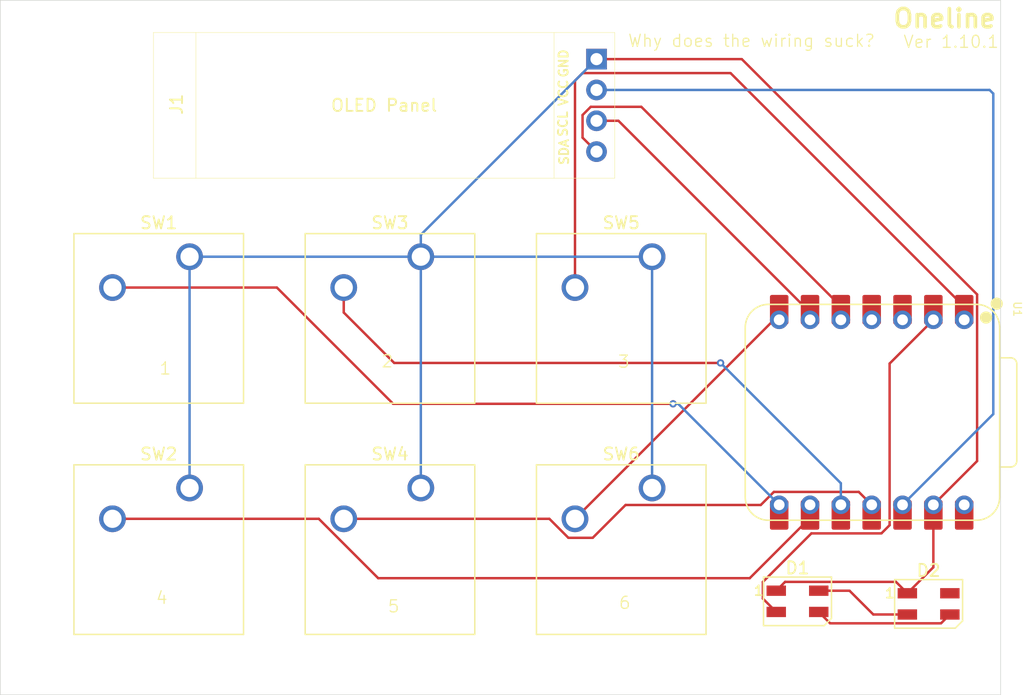
<source format=kicad_pcb>
(kicad_pcb (version 20241229) (generator "pcbnew") (generator_version "9.0")
  (layers (0 "F.Cu" signal) (2 "B.Cu" signal) (13 "F.Paste" user) (15 "B.Paste" user) (5 "F.SilkS" user "F.Silkscreen") (7 "B.SilkS" user "B.Silkscreen") (1 "F.Mask" user) (3 "B.Mask" user) (25 "Edge.Cuts" user))
  (net 0 "")
  (net 1 "Net-(D1-DOUT)")
  (net 2 "GND")
  (net 3 "Net-(D1-DIN)")
  (net 4 "+5V")
  (net 5 "Net-(U1-GPIO1{slash}RX)")
  (net 6 "Net-(U1-GPIO2{slash}SCK)")
  (net 7 "Net-(U1-GPIO4{slash}MISO)")
  (net 8 "Net-(U1-GPIO3{slash}MOSI)")
  (net 10 "SDA")
  (net 12 "SCL")
  (net 13 "Net-(U1-GPIO26{slash}ADC0{slash}A0)")
  (net 14 "Net-(U1-GPIO0{slash}TX)")
  (net 18 "+3.3V")
  (footprint "LED_SMD:LED_SK6812MINI_PLCC4_3.5x3.5mm_P1.75mm" (layer "F.Cu") (at 121.83 85.78)
    (property "Reference" "D1" (at 0 -2.75 0) (layer "F.SilkS"))
    (property "Value" "SK6812")
    (fp_line (start -2.8 -2) (end -2.8 2) (stroke (width 0.12)) (layer "F.SilkS"))
    (fp_line (start -2.8 -2) (end 2.8 -2) (stroke (width 0.12)) (layer "F.SilkS"))
    (fp_line (start -2.8 2) (end 2.2 2) (stroke (width 0.12)) (layer "F.SilkS"))
    (fp_line (start 2.8 1.4) (end 2.2 2) (stroke (width 0.12)) (layer "F.SilkS"))
    (fp_line (start 2.8 1.4) (end 2.8 -2) (stroke (width 0.12)) (layer "F.SilkS"))
    (fp_text user "1" (at -3.2 -0.875 0) (layer "F.SilkS") (effects (font (size 0.8 0.8))))
    (pad "1" smd rect (at -1.75 -0.875) (size 1.6 0.85) (layers "F.Cu" "F.Mask" "F.Paste") (net 2 "GND"))
    (pad "2" smd rect (at -1.75 0.875) (size 1.6 0.85) (layers "F.Cu" "F.Mask" "F.Paste") (net 3 "Net-(D1-DIN)"))
    (pad "3" smd rect (at 1.75 0.875) (size 1.6 0.85) (layers "F.Cu" "F.Mask" "F.Paste") (net 4 "+5V"))
    (pad "4" smd rect (at 1.75 -0.875) (size 1.6 0.85) (layers "F.Cu" "F.Mask" "F.Paste") (net 1 "Net-(D1-DOUT)"))
  )
  (footprint "Button_Switch_Keyboard:SW_Cherry_MX_1.00u_PCB" (layer "F.Cu") (at 109.85125 57.3925)
    (property "Reference" "SW5" (at -2.54 -2.794 0) (layer "F.SilkS"))
    (property "Value" "SW_Push")
    (fp_line (start -9.525 -1.905) (end 4.445 -1.905) (stroke (width 0.12)) (layer "F.SilkS"))
    (fp_line (start -9.525 12.065) (end -9.525 -1.905) (stroke (width 0.12)) (layer "F.SilkS"))
    (fp_line (start 4.445 -1.905) (end 4.445 12.065) (stroke (width 0.12)) (layer "F.SilkS"))
    (fp_line (start 4.445 12.065) (end -9.525 12.065) (stroke (width 0.12)) (layer "F.SilkS"))
    (pad "" np_thru_hole circle (at -7.62 5.08) (size 1.7 1.7) (drill 1.7) (layers "*.Cu" "*.Mask"))
    (pad "" np_thru_hole circle (at -2.54 5.08) (size 4 4) (drill 4) (layers "*.Cu" "*.Mask"))
    (pad "" np_thru_hole circle (at 2.54 5.08) (size 1.7 1.7) (drill 1.7) (layers "*.Cu" "*.Mask"))
    (pad "1" thru_hole circle (at 0 0) (size 2.2 2.2) (drill 1.5) (layers "*.Cu" "*.Mask") (net 2 "GND"))
    (pad "2" thru_hole circle (at -6.35 2.54) (size 2.2 2.2) (drill 1.5) (layers "*.Cu" "*.Mask") (net 13 "Net-(U1-GPIO26{slash}ADC0{slash}A0)"))
  )
  (footprint "OPL Lib:XIAO-RP2040-DIP" (layer "F.Cu") (at 127.9415 70.21 -90)
    (property "Reference" "U1" (at -8.5 -12 270) (layer "F.SilkS") (effects (font (size 0.635 0.635) (thickness 0.1016))))
    (property "Value" "XIAO-RP2040-DIP")
    (fp_line (start -6.985 10.414) (end 6.985 10.414) (stroke (width 0.127)) (layer "F.SilkS"))
    (fp_line (start -8.89 8.509) (end -8.89 -8.636) (stroke (width 0.127)) (layer "F.SilkS"))
    (fp_line (start 8.89 8.509) (end 8.89 -8.636) (stroke (width 0.127)) (layer "F.SilkS"))
    (fp_line (start -4.495 -10.541) (end -4.491272 -11.451272) (stroke (width 0.127)) (layer "F.SilkS"))
    (fp_line (start 6.985 -10.541) (end -6.985 -10.541) (stroke (width 0.1)) (layer "F.SilkS"))
    (fp_line (start 6.985 -10.541) (end -6.985 -10.541) (stroke (width 0.127)) (layer "F.SilkS"))
    (fp_line (start 4.504 -11.451) (end 4.504 -10.541) (stroke (width 0.127)) (layer "F.SilkS"))
    (fp_line (start -3.991272 -11.951) (end 4.004 -11.951) (stroke (width 0.127)) (layer "F.SilkS"))
    (fp_arc (start -6.985 10.414) (mid -8.332038 9.856038) (end -8.89 8.509) (stroke (width 0.127)) (layer "F.SilkS"))
    (fp_arc (start 8.89 8.509) (mid 8.332038 9.856038) (end 6.985 10.414) (stroke (width 0.127)) (layer "F.SilkS"))
    (fp_arc (start -8.89 -8.636) (mid -8.332038 -9.983038) (end -6.985 -10.541) (stroke (width 0.127)) (layer "F.SilkS"))
    (fp_arc (start 6.985 -10.541) (mid 8.332038 -9.983038) (end 8.89 -8.636) (stroke (width 0.127)) (layer "F.SilkS"))
    (fp_arc (start -4.491272 -11.451272) (mid -4.344728 -11.80464) (end -3.991272 -11.951) (stroke (width 0.127)) (layer "F.SilkS"))
    (fp_arc (start 4.004 -11.951) (mid 4.357553 -11.804553) (end 4.504 -11.451) (stroke (width 0.127)) (layer "F.SilkS"))
    (fp_circle (center -7.807 -9.42) (end -7.807 -9.674) (stroke (width 0.5)) (fill yes) (layer "F.SilkS"))
    (fp_circle (center -8.95 -10.3) (end -8.95 -10.554) (stroke (width 0.5)) (fill yes) (layer "F.SilkS"))
    (pad "1" smd roundrect (at -8.455 -7.62 90) (size 2.432 1.524) (layers "F.Cu" "F.Mask") (roundrect_rratio 0.1) (net 13 "Net-(U1-GPIO26{slash}ADC0{slash}A0)"))
    (pad "1" thru_hole circle (at -7.62 -7.62 90) (size 1.524 1.524) (drill 0.889) (layers "*.Cu" "*.Mask") (net 13 "Net-(U1-GPIO26{slash}ADC0{slash}A0)"))
    (pad "2" smd roundrect (at -8.455 -5.08 90) (size 2.432 1.524) (layers "F.Cu" "F.Mask") (roundrect_rratio 0.1) (net 3 "Net-(D1-DIN)"))
    (pad "2" thru_hole circle (at -7.62 -5.08 90) (size 1.524 1.524) (drill 0.889) (layers "*.Cu" "*.Mask") (net 3 "Net-(D1-DIN)"))
    (pad "3" smd roundrect (at -8.455 -2.54 90) (size 2.432 1.524) (layers "F.Cu" "F.Mask") (roundrect_rratio 0.1))
    (pad "3" thru_hole circle (at -7.62 -2.54 90) (size 1.524 1.524) (drill 0.889) (layers "*.Cu" "*.Mask"))
    (pad "4" smd roundrect (at -8.455 0 90) (size 2.432 1.524) (layers "F.Cu" "F.Mask") (roundrect_rratio 0.1))
    (pad "4" thru_hole circle (at -7.62 0 90) (size 1.524 1.524) (drill 0.889) (layers "*.Cu" "*.Mask"))
    (pad "5" smd roundrect (at -8.455 2.54 90) (size 2.432 1.524) (layers "F.Cu" "F.Mask") (roundrect_rratio 0.1) (net 10 "SDA"))
    (pad "5" thru_hole circle (at -7.62 2.54 90) (size 1.524 1.524) (drill 0.889) (layers "*.Cu" "*.Mask") (net 10 "SDA"))
    (pad "6" smd roundrect (at -8.455 5.08 90) (size 2.432 1.524) (layers "F.Cu" "F.Mask") (roundrect_rratio 0.1) (net 12 "SCL"))
    (pad "6" thru_hole circle (at -7.62 5.08 90) (size 1.524 1.524) (drill 0.889) (layers "*.Cu" "*.Mask") (net 12 "SCL"))
    (pad "7" smd roundrect (at -8.455 7.62 90) (size 2.432 1.524) (layers "F.Cu" "F.Mask") (roundrect_rratio 0.1) (net 14 "Net-(U1-GPIO0{slash}TX)"))
    (pad "7" thru_hole circle (at -7.62 7.62 90) (size 1.524 1.524) (drill 0.889) (layers "*.Cu" "*.Mask") (net 14 "Net-(U1-GPIO0{slash}TX)"))
    (pad "8" thru_hole circle (at 7.62 7.62 270) (size 1.524 1.524) (drill 0.889) (layers "*.Cu" "*.Mask") (net 5 "Net-(U1-GPIO1{slash}RX)"))
    (pad "8" smd roundrect (at 8.455 7.62 270) (size 2.432 1.524) (layers "F.Cu" "F.Mask") (roundrect_rratio 0.1) (net 5 "Net-(U1-GPIO1{slash}RX)"))
    (pad "9" thru_hole circle (at 7.62 5.08 270) (size 1.524 1.524) (drill 0.889) (layers "*.Cu" "*.Mask") (net 6 "Net-(U1-GPIO2{slash}SCK)"))
    (pad "9" smd roundrect (at 8.455 5.08 270) (size 2.432 1.524) (layers "F.Cu" "F.Mask") (roundrect_rratio 0.1) (net 6 "Net-(U1-GPIO2{slash}SCK)"))
    (pad "10" thru_hole circle (at 7.62 2.54 270) (size 1.524 1.524) (drill 0.889) (layers "*.Cu" "*.Mask") (net 7 "Net-(U1-GPIO4{slash}MISO)"))
    (pad "10" smd roundrect (at 8.455 2.54 270) (size 2.432 1.524) (layers "F.Cu" "F.Mask") (roundrect_rratio 0.1) (net 7 "Net-(U1-GPIO4{slash}MISO)"))
    (pad "11" thru_hole circle (at 7.62 0 270) (size 1.524 1.524) (drill 0.889) (layers "*.Cu" "*.Mask") (net 8 "Net-(U1-GPIO3{slash}MOSI)"))
    (pad "11" smd roundrect (at 8.455 0 270) (size 2.432 1.524) (layers "F.Cu" "F.Mask") (roundrect_rratio 0.1) (net 8 "Net-(U1-GPIO3{slash}MOSI)"))
    (pad "12" thru_hole circle (at 7.62 -2.54 270) (size 1.524 1.524) (drill 0.889) (layers "*.Cu" "*.Mask") (net 18 "+3.3V"))
    (pad "12" smd roundrect (at 8.455 -2.54 270) (size 2.432 1.524) (layers "F.Cu" "F.Mask") (roundrect_rratio 0.1) (net 18 "+3.3V"))
    (pad "13" thru_hole circle (at 7.62 -5.08 270) (size 1.524 1.524) (drill 0.889) (layers "*.Cu" "*.Mask") (net 2 "GND"))
    (pad "13" smd roundrect (at 8.455 -5.08 270) (size 2.432 1.524) (layers "F.Cu" "F.Mask") (roundrect_rratio 0.1) (net 2 "GND"))
    (pad "14" thru_hole circle (at 7.62 -7.62 270) (size 1.524 1.524) (drill 0.889) (layers "*.Cu" "*.Mask"))
    (pad "14" smd roundrect (at 8.455 -7.62 270) (size 2.432 1.524) (layers "F.Cu" "F.Mask") (roundrect_rratio 0.1))
  )
  (footprint "Button_Switch_Keyboard:SW_Cherry_MX_1.00u_PCB" (layer "F.Cu") (at 90.80125 57.3925)
    (property "Reference" "SW3" (at -2.54 -2.794 0) (layer "F.SilkS"))
    (property "Value" "SW_Push")
    (fp_line (start -9.525 -1.905) (end 4.445 -1.905) (stroke (width 0.12)) (layer "F.SilkS"))
    (fp_line (start -9.525 12.065) (end -9.525 -1.905) (stroke (width 0.12)) (layer "F.SilkS"))
    (fp_line (start 4.445 -1.905) (end 4.445 12.065) (stroke (width 0.12)) (layer "F.SilkS"))
    (fp_line (start 4.445 12.065) (end -9.525 12.065) (stroke (width 0.12)) (layer "F.SilkS"))
    (pad "" np_thru_hole circle (at -7.62 5.08) (size 1.7 1.7) (drill 1.7) (layers "*.Cu" "*.Mask"))
    (pad "" np_thru_hole circle (at -2.54 5.08) (size 4 4) (drill 4) (layers "*.Cu" "*.Mask"))
    (pad "" np_thru_hole circle (at 2.54 5.08) (size 1.7 1.7) (drill 1.7) (layers "*.Cu" "*.Mask"))
    (pad "1" thru_hole circle (at 0 0) (size 2.2 2.2) (drill 1.5) (layers "*.Cu" "*.Mask") (net 2 "GND"))
    (pad "2" thru_hole circle (at -6.35 2.54) (size 2.2 2.2) (drill 1.5) (layers "*.Cu" "*.Mask") (net 7 "Net-(U1-GPIO4{slash}MISO)"))
  )
  (footprint "LED_SMD:LED_SK6812MINI_PLCC4_3.5x3.5mm_P1.75mm" (layer "F.Cu") (at 132.63 85.99)
    (property "Reference" "D2" (at 0 -2.75 0) (layer "F.SilkS"))
    (property "Value" "SK6812")
    (fp_line (start -2.8 -2) (end -2.8 2) (stroke (width 0.12)) (layer "F.SilkS"))
    (fp_line (start -2.8 -2) (end 2.8 -2) (stroke (width 0.12)) (layer "F.SilkS"))
    (fp_line (start -2.8 2) (end 2.2 2) (stroke (width 0.12)) (layer "F.SilkS"))
    (fp_line (start 2.8 1.4) (end 2.2 2) (stroke (width 0.12)) (layer "F.SilkS"))
    (fp_line (start 2.8 1.4) (end 2.8 -2) (stroke (width 0.12)) (layer "F.SilkS"))
    (fp_text user "1" (at -3.2 -0.875 0) (layer "F.SilkS") (effects (font (size 0.8 0.8))))
    (pad "1" smd rect (at -1.75 -0.875) (size 1.6 0.85) (layers "F.Cu" "F.Mask" "F.Paste") (net 2 "GND"))
    (pad "2" smd rect (at -1.75 0.875) (size 1.6 0.85) (layers "F.Cu" "F.Mask" "F.Paste") (net 1 "Net-(D1-DOUT)"))
    (pad "3" smd rect (at 1.75 0.875) (size 1.6 0.85) (layers "F.Cu" "F.Mask" "F.Paste") (net 4 "+5V"))
    (pad "4" smd rect (at 1.75 -0.875) (size 1.6 0.85) (layers "F.Cu" "F.Mask" "F.Paste"))
  )
  (footprint "Button_Switch_Keyboard:SW_Cherry_MX_1.00u_PCB" (layer "F.Cu") (at 71.75125 76.4425)
    (property "Reference" "SW2" (at -2.54 -2.794 0) (layer "F.SilkS"))
    (property "Value" "SW_Push")
    (fp_line (start -9.525 -1.905) (end 4.445 -1.905) (stroke (width 0.12)) (layer "F.SilkS"))
    (fp_line (start -9.525 12.065) (end -9.525 -1.905) (stroke (width 0.12)) (layer "F.SilkS"))
    (fp_line (start 4.445 -1.905) (end 4.445 12.065) (stroke (width 0.12)) (layer "F.SilkS"))
    (fp_line (start 4.445 12.065) (end -9.525 12.065) (stroke (width 0.12)) (layer "F.SilkS"))
    (pad "" np_thru_hole circle (at -7.62 5.08) (size 1.7 1.7) (drill 1.7) (layers "*.Cu" "*.Mask"))
    (pad "" np_thru_hole circle (at -2.54 5.08) (size 4 4) (drill 4) (layers "*.Cu" "*.Mask"))
    (pad "" np_thru_hole circle (at 2.54 5.08) (size 1.7 1.7) (drill 1.7) (layers "*.Cu" "*.Mask"))
    (pad "1" thru_hole circle (at 0 0) (size 2.2 2.2) (drill 1.5) (layers "*.Cu" "*.Mask") (net 2 "GND"))
    (pad "2" thru_hole circle (at -6.35 2.54) (size 2.2 2.2) (drill 1.5) (layers "*.Cu" "*.Mask") (net 6 "Net-(U1-GPIO2{slash}SCK)"))
  )
  (footprint "Button_Switch_Keyboard:SW_Cherry_MX_1.00u_PCB" (layer "F.Cu") (at 90.80125 76.4425)
    (property "Reference" "SW4" (at -2.54 -2.794 0) (layer "F.SilkS"))
    (property "Value" "SW_Push")
    (fp_line (start -9.525 -1.905) (end 4.445 -1.905) (stroke (width 0.12)) (layer "F.SilkS"))
    (fp_line (start -9.525 12.065) (end -9.525 -1.905) (stroke (width 0.12)) (layer "F.SilkS"))
    (fp_line (start 4.445 -1.905) (end 4.445 12.065) (stroke (width 0.12)) (layer "F.SilkS"))
    (fp_line (start 4.445 12.065) (end -9.525 12.065) (stroke (width 0.12)) (layer "F.SilkS"))
    (pad "" np_thru_hole circle (at -7.62 5.08) (size 1.7 1.7) (drill 1.7) (layers "*.Cu" "*.Mask"))
    (pad "" np_thru_hole circle (at -2.54 5.08) (size 4 4) (drill 4) (layers "*.Cu" "*.Mask"))
    (pad "" np_thru_hole circle (at 2.54 5.08) (size 1.7 1.7) (drill 1.7) (layers "*.Cu" "*.Mask"))
    (pad "1" thru_hole circle (at 0 0) (size 2.2 2.2) (drill 1.5) (layers "*.Cu" "*.Mask") (net 2 "GND"))
    (pad "2" thru_hole circle (at -6.35 2.54) (size 2.2 2.2) (drill 1.5) (layers "*.Cu" "*.Mask") (net 8 "Net-(U1-GPIO3{slash}MOSI)"))
  )
  (footprint "Button_Switch_Keyboard:SW_Cherry_MX_1.00u_PCB" (layer "F.Cu") (at 71.75125 57.3925)
    (property "Reference" "SW1" (at -2.54 -2.794 0) (layer "F.SilkS"))
    (property "Value" "SW_Push")
    (fp_line (start -9.525 -1.905) (end 4.445 -1.905) (stroke (width 0.12)) (layer "F.SilkS"))
    (fp_line (start -9.525 12.065) (end -9.525 -1.905) (stroke (width 0.12)) (layer "F.SilkS"))
    (fp_line (start 4.445 -1.905) (end 4.445 12.065) (stroke (width 0.12)) (layer "F.SilkS"))
    (fp_line (start 4.445 12.065) (end -9.525 12.065) (stroke (width 0.12)) (layer "F.SilkS"))
    (pad "" np_thru_hole circle (at -7.62 5.08) (size 1.7 1.7) (drill 1.7) (layers "*.Cu" "*.Mask"))
    (pad "" np_thru_hole circle (at -2.54 5.08) (size 4 4) (drill 4) (layers "*.Cu" "*.Mask"))
    (pad "" np_thru_hole circle (at 2.54 5.08) (size 1.7 1.7) (drill 1.7) (layers "*.Cu" "*.Mask"))
    (pad "1" thru_hole circle (at 0 0) (size 2.2 2.2) (drill 1.5) (layers "*.Cu" "*.Mask") (net 2 "GND"))
    (pad "2" thru_hole circle (at -6.35 2.54) (size 2.2 2.2) (drill 1.5) (layers "*.Cu" "*.Mask") (net 5 "Net-(U1-GPIO1{slash}RX)"))
  )
  (footprint "Button_Switch_Keyboard:SW_Cherry_MX_1.00u_PCB" (layer "F.Cu") (at 109.85125 76.4425)
    (property "Reference" "SW6" (at -2.54 -2.794 0) (layer "F.SilkS"))
    (property "Value" "SW_Push")
    (fp_line (start -9.525 -1.905) (end 4.445 -1.905) (stroke (width 0.12)) (layer "F.SilkS"))
    (fp_line (start -9.525 12.065) (end -9.525 -1.905) (stroke (width 0.12)) (layer "F.SilkS"))
    (fp_line (start 4.445 -1.905) (end 4.445 12.065) (stroke (width 0.12)) (layer "F.SilkS"))
    (fp_line (start 4.445 12.065) (end -9.525 12.065) (stroke (width 0.12)) (layer "F.SilkS"))
    (pad "" np_thru_hole circle (at -7.62 5.08) (size 1.7 1.7) (drill 1.7) (layers "*.Cu" "*.Mask"))
    (pad "" np_thru_hole circle (at -2.54 5.08) (size 4 4) (drill 4) (layers "*.Cu" "*.Mask"))
    (pad "" np_thru_hole circle (at 2.54 5.08) (size 1.7 1.7) (drill 1.7) (layers "*.Cu" "*.Mask"))
    (pad "1" thru_hole circle (at 0 0) (size 2.2 2.2) (drill 1.5) (layers "*.Cu" "*.Mask") (net 2 "GND"))
    (pad "2" thru_hole circle (at -6.35 2.54) (size 2.2 2.2) (drill 1.5) (layers "*.Cu" "*.Mask") (net 14 "Net-(U1-GPIO0{slash}TX)"))
  )
  (footprint "SSD1306 OLED:SSD1306-0.91-OLED-4pin-128x32" (layer "F.Cu") (at 68.775 38.925)
    (property "Reference" "J1" (at 1.9 5.91 90) (layer "F.SilkS"))
    (property "Value" "OLED_DISPLAY" (hide yes))
    (fp_line (start 0 0) (end 0 12) (stroke (width 0.04)) (layer "F.SilkS"))
    (fp_line (start 0 12) (end 38 12) (stroke (width 0.04)) (layer "F.SilkS"))
    (fp_line (start 3.5 0) (end 3.5 12) (stroke (width 0.04)) (layer "F.SilkS"))
    (fp_line (start 33 0) (end 33 12) (stroke (width 0.04)) (layer "F.SilkS"))
    (fp_line (start 38 0) (end 0 0) (stroke (width 0.04)) (layer "F.SilkS"))
    (fp_line (start 38 12) (end 38 0) (stroke (width 0.04)) (layer "F.SilkS"))
    (fp_text user "SDA" (at 33.825 9.845 270) (layer "F.SilkS") (effects (font (size 0.75 0.75))))
    (fp_text user "GND" (at 33.785 2.545 270) (layer "F.SilkS") (effects (font (size 0.75 0.75))))
    (fp_text user "SCL" (at 33.735 7.535 270) (layer "F.SilkS") (effects (font (size 0.75 0.75))))
    (fp_text user "VCC" (at 33.765 4.965 270) (layer "F.SilkS") (effects (font (size 0.75 0.75))))
    (fp_text user "OLED Panel" (at 19 6 0) (layer "F.SilkS"))
    (pad "1" thru_hole rect (at 36.5 2.19) (size 1.7 1.7) (drill 1) (layers "*.Cu" "*.Mask") (net 2 "GND"))
    (pad "2" thru_hole oval (at 36.5 4.73) (size 1.7 1.7) (drill 1) (layers "*.Cu" "*.Mask") (net 18 "+3.3V"))
    (pad "3" thru_hole oval (at 36.5 7.27) (size 1.7 1.7) (drill 1) (layers "*.Cu" "*.Mask") (net 12 "SCL"))
    (pad "4" thru_hole oval (at 36.5 9.81) (size 1.7 1.7) (drill 1) (layers "*.Cu" "*.Mask") (net 10 "SDA"))
  )
  (gr_rect (start 56.16 36.27) (end 138.56 93.48) (stroke (width 0.05)) (fill no) (layer "Edge.Cuts"))
  (gr_text "4" (at 68.92 86.08 0) (layer "F.SilkS") (effects (font (size 1 1) (thickness 0.1)) (justify left bottom)))
  (gr_text "Why does the wiring suck?" (at 107.81 40.19 0) (layer "F.SilkS") (effects (font (size 1 1) (thickness 0.1)) (justify left bottom)))
  (gr_text "1" (at 69.21125 67.18 0) (layer "F.SilkS") (effects (font (size 1 1) (thickness 0.1)) (justify left bottom)))
  (gr_text "3" (at 106.98 66.62 0) (layer "F.SilkS") (effects (font (size 1 1) (thickness 0.1)) (justify left bottom)))
  (gr_text "Ver 1.10.1" (at 130.49 40.27 0) (layer "F.SilkS") (effects (font (size 1 1) (thickness 0.1)) (justify left bottom)))
  (gr_text "Oneline " (at 129.57 38.65 0) (layer "F.SilkS") (effects (font (size 1.5 1.5) (thickness 0.3) (bold yes)) (justify left bottom)))
  (gr_text "2" (at 87.5 66.59 0) (layer "F.SilkS") (effects (font (size 1 1) (thickness 0.1)) (justify left bottom)))
  (gr_text "6" (at 107.06 86.49 0) (layer "F.SilkS") (effects (font (size 1 1) (thickness 0.1)) (justify left bottom)))
  (gr_text "5" (at 88.02 86.78 0) (layer "F.SilkS") (effects (font (size 1 1) (thickness 0.1)) (justify left bottom)))
  (segment (start 128.075 86.865) (end 130.88 86.865) (width 0.2) (layer "F.Cu") (net 1))
  (segment (start 126.115 84.905) (end 128.075 86.865) (width 0.2) (layer "F.Cu") (net 1))
  (segment (start 123.58 84.905) (end 126.115 84.905) (width 0.2) (layer "F.Cu") (net 1))
  (segment (start 130.88 85.115) (end 133.0215 82.9735) (width 0.2) (layer "F.Cu") (net 2))
  (segment (start 129.944 84.179) (end 120.806 84.179) (width 0.2) (layer "F.Cu") (net 2))
  (segment (start 130.88 85.115) (end 129.944 84.179) (width 0.2) (layer "F.Cu") (net 2))
  (segment (start 133.0215 82.9735) (end 133.0215 77.83) (width 0.2) (layer "F.Cu") (net 2))
  (segment (start 120.806 84.179) (end 120.08 84.905) (width 0.2) (layer "F.Cu") (net 2))
  (segment (start 117.240126 41.115) (end 136.6245 60.499374) (width 0.2) (layer "F.Cu") (net 2))
  (segment (start 105.275 41.115) (end 117.240126 41.115) (width 0.2) (layer "F.Cu") (net 2))
  (segment (start 136.6245 60.499374) (end 136.6245 74.227) (width 0.2) (layer "F.Cu") (net 2))
  (segment (start 136.6245 74.227) (end 133.0215 77.83) (width 0.2) (layer "F.Cu") (net 2))
  (segment (start 109.85125 57.3925) (end 90.80125 57.3925) (width 0.2) (layer "B.Cu") (net 2))
  (segment (start 105.275 41.115) (end 90.80125 55.58875) (width 0.2) (layer "B.Cu") (net 2))
  (segment (start 90.80125 55.58875) (end 90.80125 57.3925) (width 0.2) (layer "B.Cu") (net 2))
  (segment (start 71.75125 57.3925) (end 71.75125 76.4425) (width 0.2) (layer "B.Cu") (net 2))
  (segment (start 90.80125 57.3925) (end 90.80125 76.4425) (width 0.2) (layer "B.Cu") (net 2))
  (segment (start 71.75125 57.3925) (end 90.80125 57.3925) (width 0.2) (layer "B.Cu") (net 2))
  (segment (start 109.85125 57.3925) (end 109.85125 76.4425) (width 0.2) (layer "B.Cu") (net 2))
  (segment (start 120.08 86.655) (end 118.979 85.554) (width 0.2) (layer "F.Cu") (net 3))
  (segment (start 129.4185 79.506626) (end 129.4185 66.193) (width 0.2) (layer "F.Cu") (net 3))
  (segment (start 128.743126 80.182) (end 129.4185 79.506626) (width 0.2) (layer "F.Cu") (net 3))
  (segment (start 122.976 80.182) (end 128.743126 80.182) (width 0.2) (layer "F.Cu") (net 3))
  (segment (start 118.979 84.179) (end 122.976 80.182) (width 0.2) (layer "F.Cu") (net 3))
  (segment (start 118.979 85.554) (end 118.979 84.179) (width 0.2) (layer "F.Cu") (net 3))
  (segment (start 129.4185 66.193) (end 133.0215 62.59) (width 0.2) (layer "F.Cu") (net 3))
  (segment (start 133.654 87.591) (end 134.38 86.865) (width 0.2) (layer "F.Cu") (net 4))
  (segment (start 124.516 87.591) (end 133.654 87.591) (width 0.2) (layer "F.Cu") (net 4))
  (segment (start 123.58 86.655) (end 124.516 87.591) (width 0.2) (layer "F.Cu") (net 4))
  (segment (start 65.40125 59.9325) (end 78.94278 59.9325) (width 0.2) (layer "F.Cu") (net 5))
  (segment (start 88.52028 69.51) (end 111.58 69.51) (width 0.2) (layer "F.Cu") (net 5))
  (segment (start 78.94278 59.9325) (end 88.52028 69.51) (width 0.2) (layer "F.Cu") (net 5))
  (via (at 111.58 69.51) (size 0.6) (drill 0.3) (layers "F.Cu" "B.Cu") (net 5))
  (segment (start 111.58 69.51) (end 112.0015 69.51) (width 0.2) (layer "B.Cu") (net 5))
  (segment (start 112.0015 69.51) (end 120.3215 77.83) (width 0.2) (layer "B.Cu") (net 5))
  (segment (start 117.89563 83.8735) (end 122.8615 78.90763) (width 0.2) (layer "F.Cu") (net 6))
  (segment (start 65.40125 78.9825) (end 82.396434 78.9825) (width 0.2) (layer "F.Cu") (net 6))
  (segment (start 82.396434 78.9825) (end 87.287434 83.8735) (width 0.2) (layer "F.Cu") (net 6))
  (segment (start 87.287434 83.8735) (end 117.89563 83.8735) (width 0.2) (layer "F.Cu") (net 6))
  (segment (start 122.8615 78.90763) (end 122.8615 77.83) (width 0.2) (layer "F.Cu") (net 6))
  (segment (start 84.45125 59.9325) (end 84.45125 61.987316) (width 0.2) (layer "F.Cu") (net 7))
  (segment (start 87.041967 64.578033) (end 88.606544 66.14261) (width 0.2) (layer "F.Cu") (net 7))
  (segment (start 84.45125 61.987316) (end 87.041967 64.578033) (width 0.2) (layer "F.Cu") (net 7))
  (segment (start 88.606544 66.14261) (end 115.49261 66.14261) (width 0.2) (layer "F.Cu") (net 7))
  (via (at 115.49261 66.14261) (size 0.6) (drill 0.3) (layers "F.Cu" "B.Cu") (net 7))
  (segment (start 115.49261 66.14261) (end 125.4015 76.0515) (width 0.2) (layer "B.Cu") (net 7))
  (segment (start 125.4015 76.0515) (end 125.4015 77.83) (width 0.2) (layer "B.Cu") (net 7))
  (segment (start 102.955904 80.548684) (end 104.96025 80.548684) (width 0.2) (layer "F.Cu") (net 8))
  (segment (start 126.8785 76.767) (end 127.9415 77.83) (width 0.2) (layer "F.Cu") (net 8))
  (segment (start 107.665434 77.8435) (end 118.80469 77.8435) (width 0.2) (layer "F.Cu") (net 8))
  (segment (start 101.38972 78.9825) (end 102.955904 80.548684) (width 0.2) (layer "F.Cu") (net 8))
  (segment (start 118.80469 77.8435) (end 119.88119 76.767) (width 0.2) (layer "F.Cu") (net 8))
  (segment (start 104.96025 80.548684) (end 107.665434 77.8435) (width 0.2) (layer "F.Cu") (net 8))
  (segment (start 119.88119 76.767) (end 126.8785 76.767) (width 0.2) (layer "F.Cu") (net 8))
  (segment (start 84.45125 78.9825) (end 101.38972 78.9825) (width 0.2) (layer "F.Cu") (net 8))
  (segment (start 104.124 47.584) (end 104.124 45.71824) (width 0.2) (layer "F.Cu") (net 10))
  (segment (start 104.79824 45.044) (end 108.964 45.044) (width 0.2) (layer "F.Cu") (net 10))
  (segment (start 105.275 48.735) (end 104.124 47.584) (width 0.2) (layer "F.Cu") (net 10))
  (segment (start 108.964 45.044) (end 125.4015 61.4815) (width 0.2) (layer "F.Cu") (net 10))
  (segment (start 125.4015 61.4815) (end 125.4015 62.59) (width 0.2) (layer "F.Cu") (net 10))
  (segment (start 104.124 45.71824) (end 104.79824 45.044) (width 0.2) (layer "F.Cu") (net 10))
  (segment (start 105.275 46.195) (end 107.080126 46.195) (width 0.2) (layer "F.Cu") (net 12))
  (segment (start 122.8615 61.976374) (end 122.8615 62.59) (width 0.2) (layer "F.Cu") (net 12))
  (segment (start 107.080126 46.195) (end 122.8615 61.976374) (width 0.2) (layer "F.Cu") (net 12))
  (segment (start 103.50125 42.88875) (end 104.124 42.266) (width 0.2) (layer "F.Cu") (net 13))
  (segment (start 103.50125 59.9325) (end 103.50125 42.88875) (width 0.2) (layer "F.Cu") (net 13))
  (segment (start 135.5615 61.51237) (end 135.5615 62.59) (width 0.2) (layer "F.Cu") (net 13))
  (segment (start 116.31513 42.266) (end 135.5615 61.51237) (width 0.2) (layer "F.Cu") (net 13))
  (segment (start 104.124 42.266) (end 116.31513 42.266) (width 0.2) (layer "F.Cu") (net 13))
  (segment (start 119.89375 62.59) (end 120.3215 62.59) (width 0.2) (layer "F.Cu") (net 14))
  (segment (start 103.50125 78.9825) (end 119.89375 62.59) (width 0.2) (layer "F.Cu") (net 14))
  (segment (start 137.959 70.3525) (end 130.4815 77.83) (width 0.2) (layer "B.Cu") (net 18))
  (segment (start 137.654 43.655) (end 137.959 43.96) (width 0.2) (layer "B.Cu") (net 18))
  (segment (start 105.275 43.655) (end 137.654 43.655) (width 0.2) (layer "B.Cu") (net 18))
  (segment (start 137.959 43.96) (end 137.959 70.3525) (width 0.2) (layer "B.Cu") (net 18))
)
</source>
